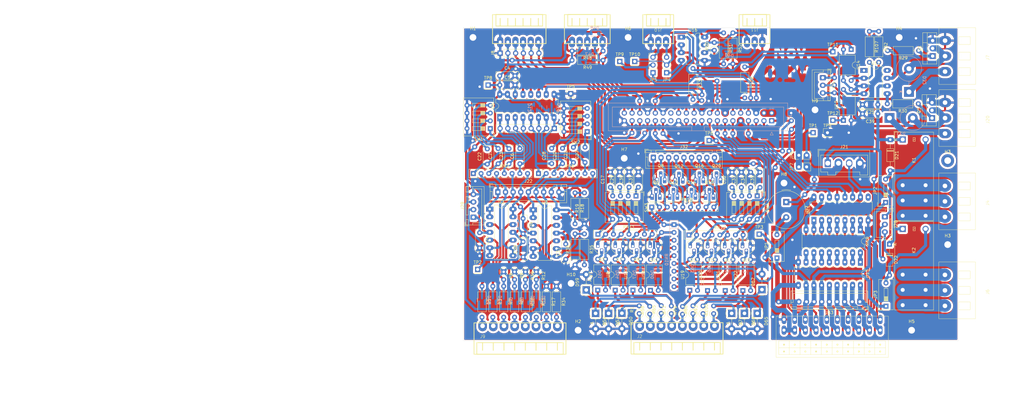
<source format=kicad_pcb>
(kicad_pcb
	(version 20240108)
	(generator "pcbnew")
	(generator_version "8.0")
	(general
		(thickness 1.6)
		(legacy_teardrops no)
	)
	(paper "A4")
	(layers
		(0 "F.Cu" signal)
		(1 "In1.Cu" signal)
		(2 "In2.Cu" signal)
		(31 "B.Cu" signal)
		(32 "B.Adhes" user "B.Adhesive")
		(33 "F.Adhes" user "F.Adhesive")
		(34 "B.Paste" user)
		(35 "F.Paste" user)
		(36 "B.SilkS" user "B.Silkscreen")
		(37 "F.SilkS" user "F.Silkscreen")
		(38 "B.Mask" user)
		(39 "F.Mask" user)
		(40 "Dwgs.User" user "User.Drawings")
		(41 "Cmts.User" user "User.Comments")
		(42 "Eco1.User" user "User.Eco1")
		(43 "Eco2.User" user "User.Eco2")
		(44 "Edge.Cuts" user)
		(45 "Margin" user)
		(46 "B.CrtYd" user "B.Courtyard")
		(47 "F.CrtYd" user "F.Courtyard")
		(48 "B.Fab" user)
		(49 "F.Fab" user)
		(50 "User.1" user)
		(51 "User.2" user)
		(52 "User.3" user)
		(53 "User.4" user)
		(54 "User.5" user)
		(55 "User.6" user)
		(56 "User.7" user)
		(57 "User.8" user)
		(58 "User.9" user)
	)
	(setup
		(stackup
			(layer "F.SilkS"
				(type "Top Silk Screen")
			)
			(layer "F.Paste"
				(type "Top Solder Paste")
			)
			(layer "F.Mask"
				(type "Top Solder Mask")
				(thickness 0.01)
			)
			(layer "F.Cu"
				(type "copper")
				(thickness 0.035)
			)
			(layer "dielectric 1"
				(type "prepreg")
				(thickness 0.1)
				(material "FR4")
				(epsilon_r 4.5)
				(loss_tangent 0.02)
			)
			(layer "In1.Cu"
				(type "copper")
				(thickness 0.035)
			)
			(layer "dielectric 2"
				(type "core")
				(thickness 1.24)
				(material "FR4")
				(epsilon_r 4.5)
				(loss_tangent 0.02)
			)
			(layer "In2.Cu"
				(type "copper")
				(thickness 0.035)
			)
			(layer "dielectric 3"
				(type "prepreg")
				(thickness 0.1)
				(material "FR4")
				(epsilon_r 4.5)
				(loss_tangent 0.02)
			)
			(layer "B.Cu"
				(type "copper")
				(thickness 0.035)
			)
			(layer "B.Mask"
				(type "Bottom Solder Mask")
				(thickness 0.01)
			)
			(layer "B.Paste"
				(type "Bottom Solder Paste")
			)
			(layer "B.SilkS"
				(type "Bottom Silk Screen")
				(color "Red")
			)
			(copper_finish "None")
			(dielectric_constraints no)
		)
		(pad_to_mask_clearance 0)
		(allow_soldermask_bridges_in_footprints no)
		(pcbplotparams
			(layerselection 0x0001000_fffffff9)
			(plot_on_all_layers_selection 0x0000000_00000000)
			(disableapertmacros no)
			(usegerberextensions no)
			(usegerberattributes no)
			(usegerberadvancedattributes yes)
			(creategerberjobfile yes)
			(dashed_line_dash_ratio 12.000000)
			(dashed_line_gap_ratio 3.000000)
			(svgprecision 4)
			(plotframeref no)
			(viasonmask no)
			(mode 1)
			(useauxorigin no)
			(hpglpennumber 1)
			(hpglpenspeed 20)
			(hpglpendiameter 15.000000)
			(pdf_front_fp_property_popups yes)
			(pdf_back_fp_property_popups yes)
			(dxfpolygonmode yes)
			(dxfimperialunits yes)
			(dxfusepcbnewfont yes)
			(psnegative no)
			(psa4output no)
			(plotreference no)
			(plotvalue no)
			(plotfptext no)
			(plotinvisibletext no)
			(sketchpadsonfab no)
			(subtractmaskfromsilk no)
			(outputformat 1)
			(mirror no)
			(drillshape 0)
			(scaleselection 1)
			(outputdirectory "export/")
		)
	)
	(net 0 "")
	(net 1 "+5V")
	(net 2 "/Buzzer")
	(net 3 "GND")
	(net 4 "+3V3")
	(net 5 "/ADC_CH3")
	(net 6 "/ADC_CH1")
	(net 7 "+12V")
	(net 8 "/Dig-IN_1")
	(net 9 "-5V")
	(net 10 "/ADC_CH5")
	(net 11 "/ADC_CH6")
	(net 12 "/ADC_CH0")
	(net 13 "/ADC_CH2")
	(net 14 "/ADC_CH7")
	(net 15 "/ADC_CH4")
	(net 16 "/Dig-IN_2")
	(net 17 "/Dig-IN_3")
	(net 18 "/Dig-IN_4")
	(net 19 "/Dig-IN_5")
	(net 20 "/Dig-IN_6")
	(net 21 "/Dig-IN_7")
	(net 22 "/Dig-IN_8")
	(net 23 "OUT_Digital_1_open-drain")
	(net 24 "Net-(U3C-+)")
	(net 25 "Net-(U3D-+)")
	(net 26 "IN_Analog_6 (0-20mA)")
	(net 27 "IN_Analog_7 (0-20mA)")
	(net 28 "Net-(U9B-+)")
	(net 29 "/OUT_PWM_1_diode")
	(net 30 "/OUT_PWM_2_diode")
	(net 31 "Net-(U9A-+)")
	(net 32 "OUT_Digital_2_open-drain")
	(net 33 "OUT_Digital_3_open-drain")
	(net 34 "OUT_Digital_4_open-drain")
	(net 35 "OUT_Digital_5_open-drain")
	(net 36 "Net-(U3A-+)")
	(net 37 "I2C_SDA")
	(net 38 "RS485_B")
	(net 39 "RS485_A")
	(net 40 "Net-(D50-A1)")
	(net 41 "Net-(D51-A)")
	(net 42 "Net-(D53-A1)")
	(net 43 "Net-(D54-A)")
	(net 44 "Net-(D56-A1)")
	(net 45 "Net-(D57-A)")
	(net 46 "Net-(D59-A1)")
	(net 47 "Net-(D60-A)")
	(net 48 "Net-(D62-A1)")
	(net 49 "Net-(D63-A)")
	(net 50 "Net-(D65-A1)")
	(net 51 "Net-(D66-A)")
	(net 52 "Net-(D68-A1)")
	(net 53 "Net-(D69-A)")
	(net 54 "Net-(D71-A1)")
	(net 55 "Net-(D72-A)")
	(net 56 "unconnected-(J1-ID_SD{slash}GPIO0-Pad27)")
	(net 57 "/SPI_CE0_ADC")
	(net 58 "Net-(J1-3V3-Pad1)")
	(net 59 "/SPI0_miso_ADC")
	(net 60 "/UART_DIR-T")
	(net 61 "/SPI0_mosi_ADC")
	(net 62 "/SPI0_sclk_ADC")
	(net 63 "/UART_TX")
	(net 64 "/SPI1_miso_FREE")
	(net 65 "/SR-OUT_latch")
	(net 66 "/SPI1_mosi_FREE")
	(net 67 "/SR-OUT_clock")
	(net 68 "/SR-OUT_data")
	(net 69 "unconnected-(J1-ID_SC{slash}GPIO1-Pad28)")
	(net 70 "/SPI1_CE_FREE")
	(net 71 "/UART_RX")
	(net 72 "/OUT_PWM_2")
	(net 73 "/SPI1_sclk_FREE")
	(net 74 "/OUT_PWM_1")
	(net 75 "IN_Digital_8")
	(net 76 "IN_Digital_5")
	(net 77 "IN_Digital_2")
	(net 78 "IN_Digital_3")
	(net 79 "IN_Digital_4")
	(net 80 "IN_Digital_6")
	(net 81 "IN_Digital_7")
	(net 82 "IN_Digital_1")
	(net 83 "OUT_Digital_8")
	(net 84 "OUT_Digital_7_open-drain")
	(net 85 "OUT_Digital_2")
	(net 86 "OUT_Digital_4")
	(net 87 "OUT_Digital_5")
	(net 88 "OUT_Digital_6")
	(net 89 "OUT_Digital_3")
	(net 90 "OUT_Digital_7")
	(net 91 "OUT_Digital_8_open-drain")
	(net 92 "OUT_Digital_1")
	(net 93 "OUT_Digital_6_open-drain")
	(net 94 "Net-(J4-Pin_1)")
	(net 95 "Net-(J4-Pin_2)")
	(net 96 "Net-(J4-Pin_3)")
	(net 97 "OUT_Digital_COM_open-drain")
	(net 98 "Net-(J6-Pin_1)")
	(net 99 "Net-(J6-Pin_3)")
	(net 100 "Net-(J6-Pin_2)")
	(net 101 "IN_Analog_1 (0-3.3V)")
	(net 102 "IN_Analog_5 (0-24V)")
	(net 103 "IN_Analog_4 (0-12V)")
	(net 104 "IN_Analog_2 (0-5V)")
	(net 105 "IN_Analog_0 (0-3.3V)")
	(net 106 "IN_Analog_3 (0-5V)")
	(net 107 "Net-(Q1-G)")
	(net 108 "Net-(Q2-G)")
	(net 109 "Net-(Q2-D)")
	(net 110 "Net-(Q5-G)")
	(net 111 "Net-(C17-Pad1)")
	(net 112 "Net-(Q7-G)")
	(net 113 "Net-(Q7-D)")
	(net 114 "Net-(C29-Pad1)")
	(net 115 "Net-(Q9-G)")
	(net 116 "Net-(C30-Pad1)")
	(net 117 "Net-(Q10-G)")
	(net 118 "Net-(Q11-D)")
	(net 119 "Net-(Q11-G)")
	(net 120 "Net-(C31-Pad1)")
	(net 121 "Net-(Q13-G)")
	(net 122 "Net-(Q13-D)")
	(net 123 "Net-(C32-Pad1)")
	(net 124 "Net-(Q15-D)")
	(net 125 "Net-(Q15-G)")
	(net 126 "Net-(C33-Pad1)")
	(net 127 "Net-(Q17-G)")
	(net 128 "Net-(Q17-D)")
	(net 129 "Net-(C34-Pad1)")
	(net 130 "Net-(Q19-D)")
	(net 131 "Net-(Q19-G)")
	(net 132 "Net-(C35-Pad1)")
	(net 133 "Net-(U9C--)")
	(net 134 "Net-(U12-~{OUTA})")
	(net 135 "Net-(U12-~{OUTB})")
	(net 136 "Net-(U12-INB)")
	(net 137 "Net-(R33-Pad1)")
	(net 138 "Net-(U9D--)")
	(net 139 "Net-(U12-INA)")
	(net 140 "Net-(R108-Pad1)")
	(net 141 "unconnected-(U2-QH'-Pad9)")
	(net 142 "unconnected-(U12-NC-Pad8)")
	(net 143 "unconnected-(U12-NC-Pad1)")
	(net 144 "Net-(U3B-+)")
	(net 145 "/LED_analog-CH6")
	(net 146 "/LED_analog-CH2")
	(net 147 "/LED_analog-CH7")
	(net 148 "/LED_analog-CH5")
	(net 149 "/LED_analog-CH0")
	(net 150 "/LED_analog-CH1")
	(net 151 "/LED_analog-CH3")
	(net 152 "/LED_analog-CH4")
	(net 153 "/LED_digital-out_2")
	(net 154 "/LED_digital-out_8")
	(net 155 "/LED_digital-out_6")
	(net 156 "/LED_digital-out_5")
	(net 157 "/LED_digital-out_4")
	(net 158 "/LED_digital-out_7")
	(net 159 "/LED_digital-out_1")
	(net 160 "/LED_digital-out_3")
	(net 161 "/LED_relay-1")
	(net 162 "/LED_PWM-1")
	(net 163 "/LED_PWM-2")
	(net 164 "/LED_relay-2")
	(net 165 "Net-(RN9-R2.2)")
	(net 166 "Net-(RN9-R8.2)")
	(net 167 "Net-(RN9-R7.2)")
	(net 168 "Net-(RN9-R5.2)")
	(net 169 "Net-(RN9-R1.2)")
	(net 170 "Net-(RN9-R6.2)")
	(net 171 "Net-(RN9-R3.2)")
	(net 172 "Net-(RN9-R4.2)")
	(net 173 "/DIP_EN-Filter-ADC3")
	(net 174 "/DIP_EN-Filter-ADC1")
	(net 175 "/DIP_EN-Filter-ADC5")
	(net 176 "/DIP_EN-Filter-ADC6")
	(net 177 "/DIP_EN-Filter-ADC0")
	(net 178 "/DIP_EN-Filter-ADC2")
	(net 179 "/DIP_EN-Filter-ADC7")
	(net 180 "/DIP_EN-Filter-ADC4")
	(net 181 "I2C_SCL")
	(net 182 "Net-(J10-Pin_2)")
	(net 183 "Net-(J10-Pin_1)")
	(net 184 "Net-(JP4-A)")
	(net 185 "Net-(JP5-A)")
	(net 186 "Net-(JP6-A)")
	(net 187 "+5VP")
	(net 188 "+3V3P")
	(footprint "Connector_JST:JST_XH_B9B-XH-A_1x09_P2.50mm_Vertical" (layer "F.Cu") (at 98.7044 69.9008))
	(footprint "Resistor_THT:R_Axial_DIN0207_L6.3mm_D2.5mm_P2.54mm_Vertical" (layer "F.Cu") (at 118.646 34.699 90))
	(footprint "Button_Switch_THT:SW_DIP_SPSTx04_Slide_9.78x12.34mm_W7.62mm_P2.54mm" (layer "F.Cu") (at 45.2845 60.36 180))
	(footprint "Package_TO_SOT_THT:TO-92_HandSolder" (layer "F.Cu") (at 98.2726 82.4186))
	(footprint "Package_DIP:DIP-4_W10.16mm" (layer "F.Cu") (at 160.932 57.706 90))
	(footprint "Button_Switch_THT:SW_DIP_SPSTx01_Slide_9.78x4.72mm_W7.62mm_P2.54mm" (layer "F.Cu") (at 139.161 102.7965 90))
	(footprint "Relay_THT:Relay_SPDT_Omron_G2RL-1-E" (layer "F.Cu") (at 180.34 63.947))
	(footprint "Resistor_THT:R_Axial_DIN0207_L6.3mm_D2.5mm_P10.16mm_Horizontal" (layer "F.Cu") (at 66.957 112.0587 -90))
	(footprint "Package_DIP:DIP-8_W7.62mm_LongPads" (layer "F.Cu") (at 107.851 30.381))
	(footprint "Diode_THT:D_DO-15_P5.08mm_Vertical_AnodeUp" (layer "F.Cu") (at 76.708 113.284 90))
	(footprint "custom-footprints1:WAGO 713-1430 MINI HD Stiftleiste gewinkelt 2x10-polig, RM 3,5" (layer "F.Cu") (at 157.223 127.461))
	(footprint "Resistor_THT:R_Array_SIP8" (layer "F.Cu") (at 80.536 95.01305))
	(footprint "Resistor_THT:R_Axial_DIN0207_L6.3mm_D2.5mm_P10.16mm_Horizontal" (layer "F.Cu") (at 60.353 112.0587 -90))
	(footprint "Capacitor_THT:C_Disc_D7.0mm_W2.5mm_P5.00mm" (layer "F.Cu") (at 41.811 94.516 -90))
	(footprint "Package_DIP:DIP-4_W10.16mm" (layer "F.Cu") (at 86.2052 113.37185 90))
	(footprint "Capacitor_THT:C_Disc_D7.0mm_W2.5mm_P5.00mm" (layer "F.Cu") (at 47.867 71.899685 90))
	(footprint "Capacitor_THT:C_Disc_D7.0mm_W2.5mm_P5.00mm" (layer "F.Cu") (at 124.46 79.66335 90))
	(footprint "Capacitor_THT:C_Disc_D7.0mm_W2.5mm_P5.00mm" (layer "F.Cu") (at 93.7722 79.58085 90))
	(footprint "custom-footprints1:MountingHole_2.2mm_NPTH-with-pad" (layer "F.Cu") (at 141.478 78.232))
	(footprint "Capacitor_THT:C_Disc_D7.0mm_W2.5mm_P5.00mm" (layer "F.Cu") (at 87.6762 79.58085 90))
	(footprint "Resistor_THT:R_Axial_DIN0207_L6.3mm_D2.5mm_P2.54mm_Vertical" (layer "F.Cu") (at 108.2574 121.2404 90))
	(footprint "Package_DIP:DIP-4_W10.16mm" (layer "F.Cu") (at 116.4412 113.47785 90))
	(footprint "Capacitor_THT:C_Disc_D7.0mm_W2.5mm_P5.00mm" (layer "F.Cu") (at 68.949 71.842 90))
	(footprint "Package_TO_SOT_THT:TO-92_HandSolder" (layer "F.Cu") (at 100.203 98.933 180))
	(footprint "Connector_JST:JST_XH_B4B-XH-A_1x04_P2.50mm_Vertical" (layer "F.Cu") (at 39.762 89.436 90))
	(footprint "Resistor_THT:R_Axial_DIN0207_L6.3mm_D2.5mm_P2.54mm_Vertical" (layer "F.Cu") (at 114.963 121.059 90))
	(footprint "Resistor_THT:R_Axial_DIN0207_L6.3mm_D2.5mm_P10.16mm_Horizontal" (layer "F.Cu") (at 185.448 52.225 180))
	(footprint "Resistor_THT:R_Axial_DIN0207_L6.3mm_D2.5mm_P10.16mm_Horizontal"
		(layer "F.Cu")
		(uuid "22560aed-cde0-4746-90bf-93e3d8c73d7b")
		(at 172.494 28.476 -90)
		(descr "Resistor, Axial_DIN0207 series, Axial, Horizontal, pin pitch=10.16mm, 0.25W = 1/4W, length*diameter=6.3*2.5mm^2, http://cdn-reichelt.de/documents/datenblatt/B400/1_4W%23YAG.pdf")
		(tags "Resistor Axial_DIN0207 series Axial Horizontal pin pitch 10.16mm 0.25W = 1/4W length 6.3mm diameter 2.5mm")
		(property "Reference" "R32"
			(at 5.08 -2.37 90)
			(layer "F.SilkS")
			(uuid "0a01a3ed-965c-4ffe-9176-fb37f60e9999")
			(effects
				(font
					(size 1 1)
					(thickness 0.15)
				)
			)
		)
		(property "Value" "4k7"
			(at 5.08 2.37 90)
			(layer "F.Fab")
			(uuid "5b2ed4ef-926b-44bc-ad59-a57667214a5a")
			(effects
				(font
					(size 1 1)
					(thickness 0.15)
				)
			)
		)
		(property "Footprint" "Resistor_THT:R_Axial_DIN0207_L6.3mm_D2.5mm_P10.16mm_Horizontal"
			(at 0 0 -90)
			(unlocked yes)
			(layer "F.Fab")
			(hide yes)
			(uuid "35253505-32bd-47b2-88f9-4b24f79b28cf")
			(effects
				(font
					(size 1.27 1.27)
					(thickness 0.15)
				)
			)
		)
		(property "Datasheet" "sortiment"
			(at 0 0 -90)
			(unlocked yes)
			(layer "F.Fab")
			(hide yes)
			(uuid "76fb827a-4b59-4dc1-b911-01ce7afc9e03")
			(effects
				(font
					(size 1.27 1.27)
					(thickness 0.15)
				)
			)
		)
		(property "Description" "Resistor"
			(at 0 0 -90)
			(unlocked yes)
			(layer "F.Fab")
			(hide yes)
			(uuid "70d10f4c-c554-490e-88ec-fe182f610482")
			(effects
				(font
					(size 1.27 1.27)
					(thickness 0.15)
				)
			)
		)
		(property ki_fp_filters "R_*")
		(path "/c6fe806f-6933-468f-8f26-bbd8f04165ed")
		(sheetname "Root")
		(sheetfile "pi-interface-board_v1.0.kicad_sch")
		(attr through_hole)
		(fp_line
			(start 1.81 1.37)
			(end 8.35 1.37)
			(stroke
				(width 0.12)
				(type solid)
			)
			(layer "F.SilkS")
			(uuid "733bcede-81b0-4ea5-98b2-40d6d179fddc")
		)
		(fp_line
			(start 8.35 1.37)
			(end 8.35 -1.37)
			(stroke
				(width 0.12)
				(type solid)
			)
			(layer "F.SilkS")
			(uuid "8bbdb978-39c9-40d7-83c5-ce0367c2eb52")
		)
		(fp_line
			(start 1.04 0)
			(end 1.81 0)
			(stroke
				(width 0.12)
				(type solid)
			)
			(layer "F.SilkS")
			(uuid "3a4569e8-368e-415d-a4ee-939c2ea1ddc5")
		)
		(fp_line
			(start 9.12 0)
			(end 8.35 0)
			(stroke
				(width 0.12)
				(type solid)
			)
			(layer "F.SilkS")
			(uuid "254e3271-4871-40fd-b4a9-dd519a5fbd5e")
		)
		(fp_line
			(start 1.81 -1.37)
			(end 1.81 1.37)
			(stroke
				(width 0.12)
				(type solid)
			)
			(layer "F.SilkS")
			(uuid "0471c101-5070-4633-9a8e-c2eb74c49a9d")
		)
		(fp_line
			(start 8.35 -1.37)
			(end 1.81 -1.37)
			(stroke
				(width 0.12)
				(type solid)
			)
			(layer "F.SilkS")
			(uuid "241828b3-d491-402e-91f9-55baabfe509b")
		)
		(fp_line
			(start -1.05 1.5)
			(end 11.21 1.5)
			(stroke
				(width 0.05)
				(type solid)
			)
			(layer "F.CrtYd")
			(uuid "7e621f2b-9ff9-4451-b31f-9a74a8402c44")
		)
		(fp_line
			(start 11.21 1.5)
			(end 11.21 -1.5)
			(stroke
				(width 0.05)
				(type solid)
			)
			(layer "F.CrtYd")
			(uuid "ea78996b-288b-4cbd-a489-d5feb6760141")
		)
		(fp_line
			(start -1.05 -1.5)
			(end -1.05 1.5)
			(stroke
				(width 0.05)
				(type solid)
			)
			(layer "F.CrtYd")
			(uuid "3da6c67e-18f4-4542-bb0e-2fb586d23a77")
		)
		(fp_line
			(start 11.21 -1.5)
			(end -1.05 -1.5)
			(stroke
				(width 0.05)
				(type solid)
			)
			(layer "F.CrtYd")
			(uuid "74c28d5e-5f43-4a79-a4ca-fbd230fae562")
		)
		(fp_line
			(start 1.93 1.25)
			(end 8.23 1.25)
			(stroke
				(width 0.1)
				(type solid)
			)
			(layer "F.Fab")
			(uuid "18821300-7309-48d9-8ae5-f86b2162d9b3")
		)
		(fp_line
			(start 8.23 1.25)
			(end 8.23 -1.25)
			(stroke
				(width 0.1)
				(type solid)
			)
			(layer "F.Fab")
			(uuid "a00a689c-24ca-436e-973a-f790a4f7f6ea")
		)
		(fp_line
			(start 0 0)
			(end 1.93 0)
			(stroke
				(width 0.1)
				(type solid)
			)
			(layer "F.Fab")
			(uuid "f8316349-396a-4b6c-a4cd-41125f096376")
		)
		(fp_line
			(start 10.16 0)
			(end 8.23 0)
			(stroke
				(width 0.1)
				(type solid)
			)
			(layer "F.Fab")
			(uuid "c6848cfc-0a45-482e-beb0-241de547dfbd")
		)
		(fp_line
			(start 1.93 -1.25)
			(end 1.93 1.25)
			(stroke
				(width 0.1)
				(type solid)
			)
			(layer "F.Fab")
			(uuid "bd3238fa-5531-4c1e-bb6c-1f8f98400b22")
		)
		(fp_line
			(start 8.23 -1.25)
			(end 1.93 -1.25)
			(stroke
				(width 0.1)
				(type solid)
			)
			(layer "F.Fab")
			(uuid "ff5c6bf5-25f4-45b6-afee-d0f5712e654d")
		)
		(fp_text user "${REFERENCE}"
			(at 5.08 0 90)
			(layer "F.Fab")
			(uuid "d9e01fc5-c956-4243-aaa6-0bd42e7268a5")
			(effects
				(font
					(size 1 1)
					(thickness 0.15)
				)
		
... [2458800 chars truncated]
</source>
